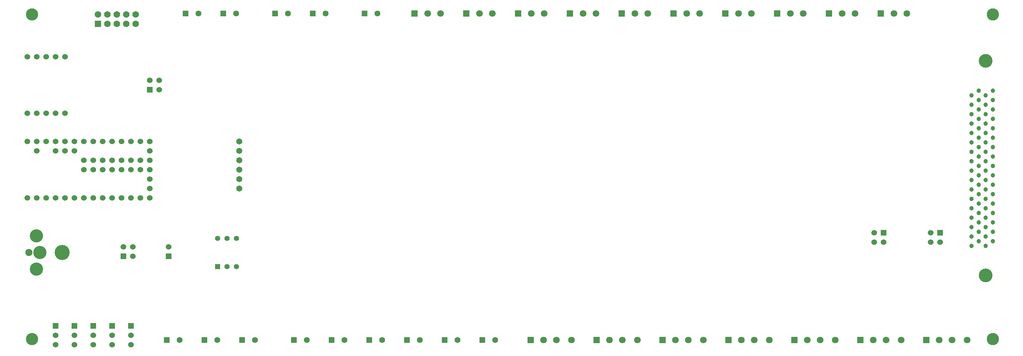
<source format=gbs>
G04 (created by PCBNEW (2013-jul-07)-stable) date Mon 11 Apr 2016 09:05:50 AM PDT*
%MOIN*%
G04 Gerber Fmt 3.4, Leading zero omitted, Abs format*
%FSLAX34Y34*%
G01*
G70*
G90*
G04 APERTURE LIST*
%ADD10C,0.00590551*%
%ADD11C,0.06*%
%ADD12C,0.145669*%
%ADD13C,0.0472441*%
%ADD14R,0.06X0.06*%
%ADD15C,0.065*%
%ADD16R,0.055X0.055*%
%ADD17C,0.055*%
%ADD18C,0.076*%
%ADD19C,0.14*%
%ADD20C,0.16*%
%ADD21C,0.0709*%
%ADD22R,0.0709X0.0709*%
%ADD23R,0.063X0.063*%
%ADD24C,0.063*%
%ADD25R,0.07X0.07*%
%ADD26C,0.07*%
%ADD27C,0.13*%
G04 APERTURE END LIST*
G54D10*
G54D11*
X21000Y-41000D03*
X22000Y-41000D03*
X23000Y-41000D03*
X24000Y-41000D03*
X25000Y-41000D03*
X26000Y-41000D03*
X27000Y-41000D03*
X28000Y-41000D03*
X29000Y-41000D03*
X30000Y-41000D03*
X31000Y-41000D03*
X32000Y-41000D03*
X33000Y-41000D03*
X34000Y-41000D03*
X34000Y-40000D03*
X34000Y-39000D03*
X34000Y-38000D03*
X34000Y-37000D03*
X34000Y-36000D03*
X34000Y-35000D03*
X33000Y-35000D03*
X32000Y-35000D03*
X31000Y-35000D03*
X30000Y-35000D03*
X29000Y-35000D03*
X28000Y-35000D03*
X27000Y-35000D03*
X26000Y-35000D03*
X25000Y-35000D03*
X24000Y-35000D03*
X23000Y-35000D03*
X22000Y-35000D03*
X21000Y-35000D03*
X27000Y-38000D03*
X28000Y-38000D03*
X29000Y-38000D03*
X30000Y-38000D03*
X31000Y-38000D03*
X32000Y-38000D03*
X33000Y-38000D03*
X33000Y-37000D03*
X32000Y-37000D03*
X31000Y-37000D03*
X30000Y-37000D03*
X29000Y-37000D03*
X28000Y-37000D03*
X27000Y-37000D03*
X26000Y-36000D03*
X25000Y-36000D03*
X24000Y-36000D03*
X22000Y-36000D03*
G54D12*
X122753Y-49249D03*
X122753Y-26450D03*
G54D13*
X121253Y-46100D03*
X122003Y-45600D03*
X121253Y-45100D03*
X122003Y-44600D03*
X121253Y-44100D03*
X122003Y-43600D03*
X121253Y-43100D03*
X122003Y-42600D03*
X121253Y-42100D03*
X122003Y-41600D03*
X121253Y-41100D03*
X122003Y-40600D03*
X121253Y-40100D03*
X122003Y-39600D03*
X121253Y-39100D03*
X122003Y-38600D03*
X121253Y-38100D03*
X122003Y-37600D03*
X121253Y-37100D03*
X122003Y-36600D03*
X121253Y-36100D03*
X122003Y-35600D03*
X121253Y-35100D03*
X122003Y-34600D03*
X121253Y-34100D03*
X122003Y-33600D03*
X121253Y-33100D03*
X122003Y-32600D03*
X121253Y-32100D03*
X122003Y-31600D03*
X121253Y-31100D03*
X122003Y-30600D03*
X121253Y-30100D03*
X122003Y-29600D03*
X122753Y-46100D03*
X123503Y-45600D03*
X122753Y-45100D03*
X123503Y-44600D03*
X122753Y-44100D03*
X123503Y-43600D03*
X122753Y-43100D03*
X123503Y-42600D03*
X122753Y-42100D03*
X123503Y-41600D03*
X122753Y-41100D03*
X123503Y-40600D03*
X122753Y-40100D03*
X123503Y-39600D03*
X122753Y-39100D03*
X123503Y-38600D03*
X122753Y-38100D03*
X123503Y-37600D03*
X122753Y-37100D03*
X123503Y-36600D03*
X122753Y-36100D03*
X123503Y-35600D03*
X122753Y-35100D03*
X123503Y-34600D03*
X122753Y-34100D03*
X123503Y-33600D03*
X122753Y-33100D03*
X123503Y-32600D03*
X122753Y-32100D03*
X123503Y-31600D03*
X122753Y-31100D03*
X123503Y-30600D03*
X122753Y-30100D03*
X123503Y-29600D03*
G54D14*
X117900Y-44700D03*
G54D11*
X117900Y-45700D03*
X116900Y-44700D03*
X116900Y-45700D03*
G54D14*
X111900Y-44700D03*
G54D11*
X111900Y-45700D03*
X110900Y-44700D03*
X110900Y-45700D03*
G54D14*
X31200Y-47200D03*
G54D11*
X31200Y-46200D03*
X32200Y-47200D03*
X32200Y-46200D03*
G54D14*
X34000Y-29500D03*
G54D11*
X34000Y-28500D03*
X35000Y-29500D03*
X35000Y-28500D03*
G54D14*
X36000Y-47200D03*
G54D11*
X36000Y-46200D03*
G54D15*
X43500Y-35000D03*
X43500Y-36000D03*
X43500Y-37000D03*
X43500Y-38000D03*
X43500Y-39000D03*
X43500Y-40000D03*
G54D16*
X41200Y-48300D03*
G54D17*
X42200Y-48300D03*
X43200Y-48300D03*
X43200Y-45300D03*
X42200Y-45300D03*
X41200Y-45300D03*
G54D18*
X21180Y-46800D03*
G54D19*
X22360Y-46800D03*
G54D20*
X24720Y-46800D03*
G54D19*
X21970Y-48570D03*
X21970Y-45030D03*
G54D21*
X75811Y-56100D03*
G54D22*
X74433Y-56100D03*
G54D21*
X77189Y-56100D03*
X78764Y-56100D03*
X117811Y-56100D03*
G54D22*
X116433Y-56100D03*
G54D21*
X119189Y-56100D03*
X120764Y-56100D03*
X103811Y-56100D03*
G54D22*
X102433Y-56100D03*
G54D21*
X105189Y-56100D03*
X106764Y-56100D03*
X96811Y-56100D03*
G54D22*
X95433Y-56100D03*
G54D21*
X98189Y-56100D03*
X99764Y-56100D03*
X89811Y-56100D03*
G54D22*
X88433Y-56100D03*
G54D21*
X91189Y-56100D03*
X92764Y-56100D03*
X82811Y-56100D03*
G54D22*
X81433Y-56100D03*
G54D21*
X84189Y-56100D03*
X85764Y-56100D03*
X110811Y-56100D03*
G54D22*
X109433Y-56100D03*
G54D21*
X112189Y-56100D03*
X113764Y-56100D03*
X63500Y-21400D03*
G54D22*
X62122Y-21400D03*
G54D21*
X64878Y-21400D03*
X91000Y-21400D03*
G54D22*
X89622Y-21400D03*
G54D21*
X92378Y-21400D03*
X85500Y-21400D03*
G54D22*
X84122Y-21400D03*
G54D21*
X86878Y-21400D03*
X80000Y-21400D03*
G54D22*
X78622Y-21400D03*
G54D21*
X81378Y-21400D03*
X74500Y-21400D03*
G54D22*
X73122Y-21400D03*
G54D21*
X75878Y-21400D03*
X69000Y-21400D03*
G54D22*
X67622Y-21400D03*
G54D21*
X70378Y-21400D03*
X113000Y-21400D03*
G54D22*
X111622Y-21400D03*
G54D21*
X114378Y-21400D03*
X102000Y-21400D03*
G54D22*
X100622Y-21400D03*
G54D21*
X103378Y-21400D03*
X96500Y-21400D03*
G54D22*
X95122Y-21400D03*
G54D21*
X97878Y-21400D03*
X107500Y-21400D03*
G54D22*
X106122Y-21400D03*
G54D21*
X108878Y-21400D03*
G54D23*
X56811Y-21400D03*
G54D24*
X58189Y-21400D03*
G54D23*
X53311Y-56100D03*
G54D24*
X54689Y-56100D03*
G54D23*
X57311Y-56100D03*
G54D24*
X58689Y-56100D03*
G54D23*
X69311Y-56100D03*
G54D24*
X70689Y-56100D03*
G54D23*
X51311Y-21400D03*
G54D24*
X52689Y-21400D03*
G54D23*
X65311Y-56100D03*
G54D24*
X66689Y-56100D03*
G54D23*
X61311Y-56100D03*
G54D24*
X62689Y-56100D03*
G54D23*
X47311Y-21400D03*
G54D24*
X48689Y-21400D03*
G54D23*
X49311Y-56100D03*
G54D24*
X50689Y-56100D03*
G54D23*
X43811Y-56100D03*
G54D24*
X45189Y-56100D03*
G54D23*
X39811Y-56100D03*
G54D24*
X41189Y-56100D03*
G54D23*
X35811Y-56100D03*
G54D24*
X37189Y-56100D03*
G54D23*
X41811Y-21400D03*
G54D24*
X43189Y-21400D03*
G54D23*
X37811Y-21400D03*
G54D24*
X39189Y-21400D03*
G54D25*
X28500Y-22500D03*
G54D26*
X28500Y-21500D03*
X29500Y-22500D03*
X29500Y-21500D03*
X30500Y-22500D03*
X30500Y-21500D03*
X31500Y-22500D03*
X31500Y-21500D03*
X32500Y-22500D03*
X32500Y-21500D03*
G54D14*
X24000Y-54600D03*
G54D11*
X24000Y-55600D03*
X24000Y-56600D03*
G54D14*
X26000Y-54600D03*
G54D11*
X26000Y-55600D03*
X26000Y-56600D03*
G54D14*
X28000Y-54600D03*
G54D11*
X28000Y-55600D03*
X28000Y-56600D03*
G54D14*
X30000Y-54600D03*
G54D11*
X30000Y-55600D03*
X30000Y-56600D03*
G54D14*
X32000Y-54600D03*
G54D11*
X32000Y-55600D03*
X32000Y-56600D03*
X21000Y-32000D03*
X22000Y-32000D03*
X23000Y-32000D03*
X24000Y-32000D03*
X25000Y-32000D03*
X25000Y-26000D03*
X24000Y-26000D03*
X23000Y-26000D03*
X22000Y-26000D03*
X21000Y-26000D03*
G54D27*
X21500Y-56000D03*
X123500Y-56000D03*
X123500Y-21500D03*
X21500Y-21500D03*
M02*

</source>
